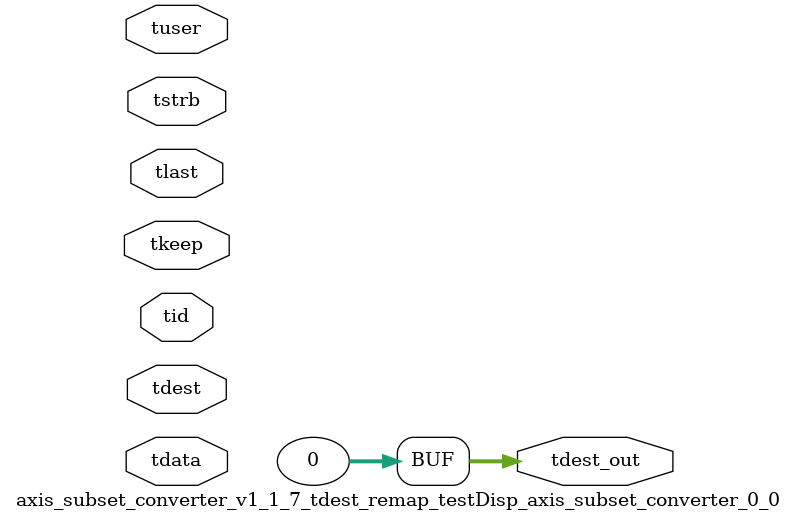
<source format=v>


`timescale 1ps/1ps

module axis_subset_converter_v1_1_7_tdest_remap_testDisp_axis_subset_converter_0_0 #
(
parameter C_S_AXIS_TDATA_WIDTH = 32,
parameter C_S_AXIS_TUSER_WIDTH = 0,
parameter C_S_AXIS_TID_WIDTH   = 0,
parameter C_S_AXIS_TDEST_WIDTH = 0,
parameter C_M_AXIS_TDEST_WIDTH = 32
)
(
input  [(C_S_AXIS_TDATA_WIDTH == 0 ? 1 : C_S_AXIS_TDATA_WIDTH)-1:0     ] tdata,
input  [(C_S_AXIS_TUSER_WIDTH == 0 ? 1 : C_S_AXIS_TUSER_WIDTH)-1:0     ] tuser,
input  [(C_S_AXIS_TID_WIDTH   == 0 ? 1 : C_S_AXIS_TID_WIDTH)-1:0       ] tid,
input  [(C_S_AXIS_TDEST_WIDTH == 0 ? 1 : C_S_AXIS_TDEST_WIDTH)-1:0     ] tdest,
input  [(C_S_AXIS_TDATA_WIDTH/8)-1:0 ] tkeep,
input  [(C_S_AXIS_TDATA_WIDTH/8)-1:0 ] tstrb,
input                                                                    tlast,
output [C_M_AXIS_TDEST_WIDTH-1:0] tdest_out
);

assign tdest_out = {1'b0};

endmodule


</source>
